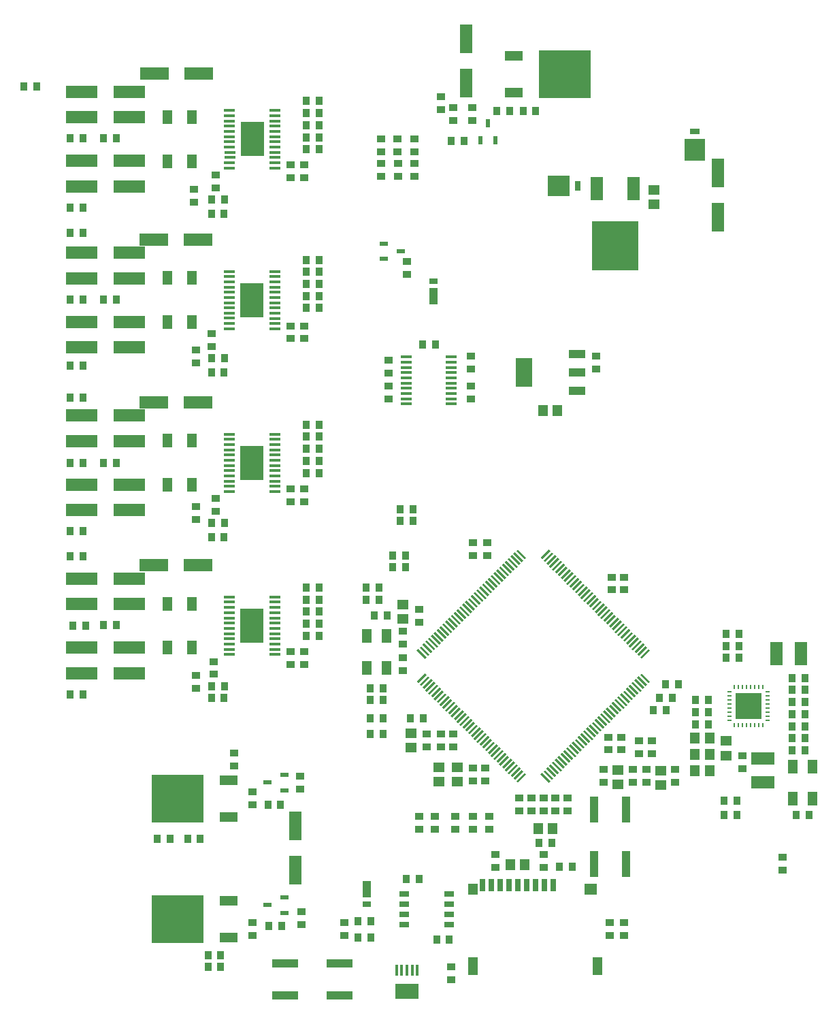
<source format=gtp>
G04 (created by PCBNEW (2013-05-18 BZR 4017)-stable) date Fri 12 Dec 2014 17:06:20 GMT*
%MOIN*%
G04 Gerber Fmt 3.4, Leading zero omitted, Abs format*
%FSLAX34Y34*%
G01*
G70*
G90*
G04 APERTURE LIST*
%ADD10C,0.00590551*%
%ADD11R,0.1142X0.0748*%
%ADD12R,0.0157X0.0531*%
%ADD13R,0.063X0.1181*%
%ADD14R,0.2283X0.2441*%
%ADD15R,0.0579X0.0165*%
%ADD16R,0.1181X0.1701*%
%ADD17R,0.0394X0.126*%
%ADD18R,0.126X0.0394*%
%ADD19R,0.0394X0.0236*%
%ADD20R,0.0236X0.0394*%
%ADD21R,0.08X0.144*%
%ADD22R,0.08X0.04*%
%ADD23R,0.1417X0.063*%
%ADD24R,0.063X0.1417*%
%ADD25R,0.0374X0.0394*%
%ADD26R,0.0394X0.0374*%
%ADD27R,0.0453X0.0709*%
%ADD28R,0.0453X0.0571*%
%ADD29R,0.0571X0.0453*%
%ADD30R,0.0906X0.0512*%
%ADD31R,0.2559X0.2323*%
%ADD32R,0.1142X0.0591*%
%ADD33R,0.0591X0.1142*%
%ADD34R,0.0433X0.0787*%
%ADD35R,0.0433X0.0315*%
%ADD36R,0.0472X0.0866*%
%ADD37R,0.0472X0.0551*%
%ADD38R,0.063X0.0551*%
%ADD39R,0.0276X0.063*%
%ADD40R,0.05X0.025*%
%ADD41R,0.0098X0.0236*%
%ADD42R,0.0236X0.0098*%
%ADD43R,0.1299X0.1299*%
%ADD44R,0.1X0.1051*%
%ADD45R,0.05X0.03*%
%ADD46R,0.1051X0.1*%
%ADD47R,0.03X0.05*%
%ADD48R,0.0472X0.0709*%
%ADD49R,0.1535X0.0598*%
G04 APERTURE END LIST*
G54D10*
G54D11*
X19781Y787D03*
G54D12*
X19781Y1840D03*
X19525Y1840D03*
X19269Y1840D03*
X20037Y1840D03*
X20293Y1840D03*
G54D13*
X30890Y40115D03*
G54D14*
X29990Y37288D03*
G54D13*
X29090Y40115D03*
G54D15*
X13303Y34515D03*
X13303Y34771D03*
X13303Y35027D03*
X13303Y35283D03*
X11101Y33751D03*
X13303Y33747D03*
X13303Y34003D03*
X13303Y34259D03*
X11099Y35539D03*
X11099Y35283D03*
X11099Y35027D03*
X11099Y34771D03*
X11099Y34515D03*
X11099Y34259D03*
X13303Y35539D03*
X11101Y34003D03*
X13303Y33491D03*
X13303Y35795D03*
X11099Y35795D03*
X11099Y33491D03*
X13303Y33236D03*
X13303Y36050D03*
X11099Y36050D03*
X11099Y33236D03*
G54D16*
X12201Y34643D03*
G54D15*
X13302Y26542D03*
X13302Y26798D03*
X13302Y27054D03*
X13302Y27310D03*
X11100Y25778D03*
X13302Y25774D03*
X13302Y26030D03*
X13302Y26286D03*
X11098Y27566D03*
X11098Y27310D03*
X11098Y27054D03*
X11098Y26798D03*
X11098Y26542D03*
X11098Y26286D03*
X13302Y27566D03*
X11100Y26030D03*
X13302Y25518D03*
X13302Y27822D03*
X11098Y27822D03*
X11098Y25518D03*
X13302Y25263D03*
X13302Y28077D03*
X11098Y28077D03*
X11098Y25263D03*
G54D16*
X12200Y26670D03*
G54D15*
X13302Y18571D03*
X13302Y18827D03*
X13302Y19083D03*
X13302Y19339D03*
X11100Y17807D03*
X13302Y17803D03*
X13302Y18059D03*
X13302Y18315D03*
X11098Y19595D03*
X11098Y19339D03*
X11098Y19083D03*
X11098Y18827D03*
X11098Y18571D03*
X11098Y18315D03*
X13302Y19595D03*
X11100Y18059D03*
X13302Y17547D03*
X13302Y19851D03*
X11098Y19851D03*
X11098Y17547D03*
X13302Y17292D03*
X13302Y20106D03*
X11098Y20106D03*
X11098Y17292D03*
G54D16*
X12200Y18699D03*
G54D15*
X13304Y42391D03*
X13304Y42647D03*
X13304Y42903D03*
X13304Y43159D03*
X11102Y41627D03*
X13304Y41623D03*
X13304Y41879D03*
X13304Y42135D03*
X11100Y43415D03*
X11100Y43159D03*
X11100Y42903D03*
X11100Y42647D03*
X11100Y42391D03*
X11100Y42135D03*
X13304Y43415D03*
X11102Y41879D03*
X13304Y41367D03*
X13304Y43671D03*
X11100Y43671D03*
X11100Y41367D03*
X13304Y41112D03*
X13304Y43926D03*
X11100Y43926D03*
X11100Y41112D03*
G54D16*
X12202Y42519D03*
G54D15*
X19762Y30837D03*
X19762Y30581D03*
X19762Y30325D03*
X19762Y30069D03*
X21964Y31601D03*
X19762Y31605D03*
X19762Y31349D03*
X19762Y31093D03*
X21966Y29813D03*
X21966Y30069D03*
X21966Y30325D03*
X21966Y30581D03*
X21966Y30837D03*
X21966Y31093D03*
X19762Y29813D03*
X21964Y31349D03*
X19762Y31861D03*
X19762Y29557D03*
X21966Y29557D03*
X21966Y31861D03*
G54D17*
X30509Y7027D03*
X30509Y9705D03*
X28935Y9705D03*
X28935Y7027D03*
G54D18*
X13816Y591D03*
X16494Y591D03*
X16494Y2165D03*
X13816Y2165D03*
G54D19*
X13800Y4645D03*
X12968Y5020D03*
X13800Y5395D03*
X13800Y10649D03*
X12968Y11024D03*
X13800Y11399D03*
G54D20*
X23383Y42478D03*
X23758Y43310D03*
X24133Y42478D03*
G54D21*
X25509Y31106D03*
G54D22*
X28109Y31106D03*
X28109Y32006D03*
X28109Y30206D03*
G54D23*
X9577Y45748D03*
X7411Y45748D03*
X9546Y21654D03*
X7380Y21654D03*
X9546Y37598D03*
X7380Y37598D03*
X9546Y29626D03*
X7380Y29626D03*
G54D24*
X35029Y40855D03*
X35029Y38689D03*
G54D25*
X35411Y18307D03*
X36041Y18307D03*
X39288Y16142D03*
X38658Y16142D03*
X39288Y15551D03*
X38658Y15551D03*
X35411Y17717D03*
X36041Y17717D03*
X35411Y17126D03*
X36041Y17126D03*
X39288Y14370D03*
X38658Y14370D03*
X39288Y14961D03*
X38658Y14961D03*
X33934Y14469D03*
X34564Y14469D03*
X33934Y15059D03*
X34564Y15059D03*
X38658Y13189D03*
X39288Y13189D03*
G54D26*
X22045Y43445D03*
X22045Y44075D03*
X22990Y43445D03*
X22990Y44075D03*
X12202Y9921D03*
X12202Y10551D03*
X18896Y29803D03*
X18896Y30433D03*
X20372Y9370D03*
X20372Y8740D03*
G54D25*
X20096Y23819D03*
X19466Y23819D03*
G54D26*
X16731Y3524D03*
X16731Y4154D03*
G54D25*
X17990Y14173D03*
X18620Y14173D03*
X17990Y13386D03*
X18620Y13386D03*
X39289Y13780D03*
X38659Y13780D03*
X33934Y13878D03*
X34564Y13878D03*
G54D26*
X29722Y4154D03*
X29722Y3524D03*
X30411Y3524D03*
X30411Y4154D03*
G54D25*
X13601Y9942D03*
X12971Y9942D03*
X13640Y4016D03*
X13010Y4016D03*
G54D26*
X12222Y4154D03*
X12222Y3524D03*
X18896Y31713D03*
X18896Y31083D03*
G54D25*
X19703Y21555D03*
X19073Y21555D03*
G54D26*
X31159Y12441D03*
X31159Y13071D03*
G54D25*
X18423Y19980D03*
X17793Y19980D03*
X38856Y9449D03*
X39486Y9449D03*
X39289Y12598D03*
X38659Y12598D03*
X35313Y10138D03*
X35943Y10138D03*
X35313Y9449D03*
X35943Y9449D03*
X19703Y22146D03*
X19073Y22146D03*
X20096Y24409D03*
X19466Y24409D03*
G54D26*
X31789Y12441D03*
X31789Y13071D03*
G54D25*
X18423Y20571D03*
X17793Y20571D03*
G54D26*
X9447Y31575D03*
X9447Y32205D03*
G54D25*
X15470Y35433D03*
X14840Y35433D03*
X14841Y34839D03*
X15471Y34839D03*
X18620Y15650D03*
X17990Y15650D03*
X14840Y34252D03*
X15470Y34252D03*
G54D26*
X14762Y33382D03*
X14762Y32752D03*
G54D25*
X14840Y36024D03*
X15470Y36024D03*
G54D26*
X14073Y32752D03*
X14073Y33382D03*
X9447Y15630D03*
X9447Y16260D03*
G54D25*
X15470Y19390D03*
X14840Y19390D03*
X14839Y18796D03*
X15469Y18796D03*
G54D26*
X21159Y9370D03*
X21159Y8740D03*
G54D25*
X14840Y18209D03*
X15470Y18209D03*
G54D26*
X14760Y17438D03*
X14760Y16808D03*
G54D25*
X14840Y19980D03*
X15470Y19980D03*
G54D26*
X14071Y16808D03*
X14071Y17438D03*
X9348Y39449D03*
X9348Y40079D03*
G54D25*
X15470Y43209D03*
X14840Y43209D03*
X14842Y42617D03*
X15472Y42617D03*
X14840Y42028D03*
X15470Y42028D03*
G54D26*
X14763Y41258D03*
X14763Y40628D03*
G54D25*
X14840Y43799D03*
X15470Y43799D03*
G54D26*
X14074Y40628D03*
X14074Y41258D03*
X9447Y23898D03*
X9447Y24528D03*
G54D25*
X15470Y27362D03*
X14840Y27362D03*
X14840Y26768D03*
X15470Y26768D03*
X14840Y26181D03*
X15470Y26181D03*
G54D26*
X14761Y25410D03*
X14761Y24780D03*
G54D25*
X14840Y27953D03*
X15470Y27953D03*
G54D26*
X14072Y24780D03*
X14072Y25410D03*
X22144Y9370D03*
X22144Y8740D03*
G54D27*
X9250Y41437D03*
X8068Y41437D03*
G54D28*
X33895Y12402D03*
X34603Y12402D03*
X33895Y13189D03*
X34603Y13189D03*
G54D25*
X17400Y3445D03*
X18015Y3445D03*
G54D29*
X35431Y13052D03*
X35431Y12344D03*
G54D28*
X26435Y29248D03*
X27143Y29248D03*
G54D27*
X9250Y25591D03*
X8068Y25591D03*
X9250Y27756D03*
X8068Y27756D03*
X9250Y43602D03*
X8068Y43602D03*
X9250Y33563D03*
X8068Y33563D03*
X9250Y17618D03*
X8068Y17618D03*
X9250Y35728D03*
X8068Y35728D03*
X9250Y19783D03*
X8068Y19783D03*
G54D26*
X22932Y31279D03*
X22932Y31909D03*
G54D30*
X11063Y3431D03*
G54D31*
X8563Y4331D03*
G54D30*
X11063Y5231D03*
X11061Y9336D03*
G54D31*
X8561Y10236D03*
G54D30*
X11061Y11136D03*
X25018Y46609D03*
G54D31*
X27518Y45709D03*
G54D30*
X25018Y44809D03*
G54D25*
X8187Y8268D03*
X7557Y8268D03*
X10667Y2003D03*
X10037Y2003D03*
X24821Y43898D03*
X24191Y43898D03*
X10052Y2578D03*
X10667Y2578D03*
X9663Y8268D03*
X9048Y8268D03*
X26100Y43898D03*
X25485Y43898D03*
G54D26*
X22932Y30432D03*
X22932Y29802D03*
X36218Y12323D03*
X36218Y11693D03*
G54D32*
X37203Y12205D03*
X37203Y11023D03*
G54D33*
X37891Y17323D03*
X39073Y17323D03*
G54D28*
X34604Y11614D03*
X33896Y11614D03*
G54D25*
X10844Y31791D03*
X10214Y31791D03*
X10844Y39567D03*
X10214Y39567D03*
X10844Y15748D03*
X10214Y15748D03*
X10844Y23720D03*
X10214Y23720D03*
X10214Y31102D03*
X10829Y31102D03*
X10214Y38878D03*
X10829Y38878D03*
X10214Y15157D03*
X10829Y15157D03*
X10214Y23031D03*
X10829Y23031D03*
X14840Y28543D03*
X15470Y28543D03*
X14840Y44390D03*
X15470Y44390D03*
X14840Y36614D03*
X15470Y36614D03*
X14840Y20571D03*
X15470Y20571D03*
G54D28*
X25549Y6988D03*
X24841Y6988D03*
G54D34*
X17813Y5807D03*
G54D35*
X17813Y5059D03*
G54D36*
X23030Y2027D03*
X29132Y2027D03*
G54D37*
X23030Y5807D03*
G54D38*
X28778Y5807D03*
G54D39*
X26947Y6004D03*
X26514Y6004D03*
X26081Y6004D03*
X25648Y6004D03*
X25215Y6004D03*
X24782Y6004D03*
X24349Y6004D03*
X23916Y6004D03*
X23483Y6004D03*
G54D26*
X32911Y11024D03*
X32911Y11654D03*
X30864Y11024D03*
X30864Y11654D03*
G54D25*
X18187Y19193D03*
X18817Y19193D03*
G54D26*
X27655Y10256D03*
X27655Y9626D03*
G54D25*
X26258Y8071D03*
X26888Y8071D03*
G54D26*
X20766Y13406D03*
X20766Y12776D03*
G54D10*
G36*
X25553Y21954D02*
X25135Y22372D01*
X25213Y22450D01*
X25631Y22032D01*
X25553Y21954D01*
X25553Y21954D01*
G37*
G36*
X25414Y21815D02*
X24996Y22232D01*
X25074Y22310D01*
X25492Y21892D01*
X25414Y21815D01*
X25414Y21815D01*
G37*
G36*
X25275Y21675D02*
X24857Y22093D01*
X24935Y22171D01*
X25353Y21753D01*
X25275Y21675D01*
X25275Y21675D01*
G37*
G36*
X25135Y21536D02*
X24718Y21954D01*
X24795Y22032D01*
X25213Y21614D01*
X25135Y21536D01*
X25135Y21536D01*
G37*
G36*
X24996Y21397D02*
X24578Y21815D01*
X24656Y21892D01*
X25074Y21474D01*
X24996Y21397D01*
X24996Y21397D01*
G37*
G36*
X24858Y21258D02*
X24440Y21676D01*
X24517Y21754D01*
X24935Y21336D01*
X24858Y21258D01*
X24858Y21258D01*
G37*
G36*
X24718Y21119D02*
X24300Y21537D01*
X24378Y21614D01*
X24796Y21197D01*
X24718Y21119D01*
X24718Y21119D01*
G37*
G36*
X24579Y20979D02*
X24161Y21397D01*
X24239Y21475D01*
X24657Y21057D01*
X24579Y20979D01*
X24579Y20979D01*
G37*
G36*
X24440Y20840D02*
X24022Y21258D01*
X24100Y21336D01*
X24517Y20918D01*
X24440Y20840D01*
X24440Y20840D01*
G37*
G36*
X24300Y20701D02*
X23882Y21119D01*
X23960Y21197D01*
X24378Y20779D01*
X24300Y20701D01*
X24300Y20701D01*
G37*
G36*
X24161Y20562D02*
X23743Y20979D01*
X23821Y21057D01*
X24239Y20639D01*
X24161Y20562D01*
X24161Y20562D01*
G37*
G36*
X24022Y20423D02*
X23605Y20841D01*
X23682Y20919D01*
X24100Y20501D01*
X24022Y20423D01*
X24022Y20423D01*
G37*
G36*
X23883Y20284D02*
X23465Y20702D01*
X23543Y20779D01*
X23961Y20361D01*
X23883Y20284D01*
X23883Y20284D01*
G37*
G36*
X23744Y20144D02*
X23326Y20562D01*
X23404Y20640D01*
X23822Y20222D01*
X23744Y20144D01*
X23744Y20144D01*
G37*
G36*
X23605Y20005D02*
X23187Y20423D01*
X23264Y20501D01*
X23682Y20083D01*
X23605Y20005D01*
X23605Y20005D01*
G37*
G36*
X23465Y19866D02*
X23047Y20284D01*
X23125Y20361D01*
X23543Y19944D01*
X23465Y19866D01*
X23465Y19866D01*
G37*
G36*
X23326Y19726D02*
X22908Y20144D01*
X22986Y20222D01*
X23404Y19804D01*
X23326Y19726D01*
X23326Y19726D01*
G37*
G36*
X23187Y19587D02*
X22769Y20005D01*
X22847Y20083D01*
X23264Y19665D01*
X23187Y19587D01*
X23187Y19587D01*
G37*
G36*
X23048Y19449D02*
X22630Y19866D01*
X22708Y19944D01*
X23126Y19526D01*
X23048Y19449D01*
X23048Y19449D01*
G37*
G36*
X22909Y19309D02*
X22491Y19727D01*
X22569Y19805D01*
X22987Y19387D01*
X22909Y19309D01*
X22909Y19309D01*
G37*
G36*
X22769Y19170D02*
X22352Y19588D01*
X22429Y19666D01*
X22847Y19248D01*
X22769Y19170D01*
X22769Y19170D01*
G37*
G36*
X22630Y19031D02*
X22212Y19449D01*
X22290Y19526D01*
X22708Y19108D01*
X22630Y19031D01*
X22630Y19031D01*
G37*
G36*
X22491Y18891D02*
X22073Y19309D01*
X22151Y19387D01*
X22569Y18969D01*
X22491Y18891D01*
X22491Y18891D01*
G37*
G36*
X22352Y18752D02*
X21934Y19170D01*
X22011Y19248D01*
X22429Y18830D01*
X22352Y18752D01*
X22352Y18752D01*
G37*
G36*
X22212Y18613D02*
X21794Y19031D01*
X21872Y19108D01*
X22290Y18691D01*
X22212Y18613D01*
X22212Y18613D01*
G37*
G36*
X22074Y18474D02*
X21656Y18892D01*
X21734Y18970D01*
X22151Y18552D01*
X22074Y18474D01*
X22074Y18474D01*
G37*
G36*
X21934Y18335D02*
X21516Y18753D01*
X21594Y18831D01*
X22012Y18413D01*
X21934Y18335D01*
X21934Y18335D01*
G37*
G36*
X21795Y18196D02*
X21377Y18613D01*
X21455Y18691D01*
X21873Y18273D01*
X21795Y18196D01*
X21795Y18196D01*
G37*
G36*
X21656Y18056D02*
X21238Y18474D01*
X21316Y18552D01*
X21734Y18134D01*
X21656Y18056D01*
X21656Y18056D01*
G37*
G36*
X21516Y17917D02*
X21099Y18335D01*
X21176Y18413D01*
X21594Y17995D01*
X21516Y17917D01*
X21516Y17917D01*
G37*
G36*
X21377Y17778D02*
X20959Y18196D01*
X21037Y18273D01*
X21455Y17855D01*
X21377Y17778D01*
X21377Y17778D01*
G37*
G36*
X21239Y17639D02*
X20821Y18057D01*
X20898Y18135D01*
X21316Y17717D01*
X21239Y17639D01*
X21239Y17639D01*
G37*
G36*
X21099Y17500D02*
X20681Y17918D01*
X20759Y17995D01*
X21177Y17578D01*
X21099Y17500D01*
X21099Y17500D01*
G37*
G36*
X20960Y17360D02*
X20542Y17778D01*
X20620Y17856D01*
X21038Y17438D01*
X20960Y17360D01*
X20960Y17360D01*
G37*
G36*
X20821Y17221D02*
X20403Y17639D01*
X20481Y17717D01*
X20898Y17299D01*
X20821Y17221D01*
X20821Y17221D01*
G37*
G36*
X20681Y17082D02*
X20263Y17500D01*
X20341Y17578D01*
X20759Y17160D01*
X20681Y17082D01*
X20681Y17082D01*
G37*
G36*
X26750Y11013D02*
X26332Y11431D01*
X26410Y11509D01*
X26828Y11091D01*
X26750Y11013D01*
X26750Y11013D01*
G37*
G36*
X26889Y11153D02*
X26471Y11571D01*
X26549Y11648D01*
X26967Y11231D01*
X26889Y11153D01*
X26889Y11153D01*
G37*
G36*
X27028Y11292D02*
X26610Y11710D01*
X26688Y11788D01*
X27106Y11370D01*
X27028Y11292D01*
X27028Y11292D01*
G37*
G36*
X27168Y11431D02*
X26750Y11849D01*
X26828Y11927D01*
X27245Y11509D01*
X27168Y11431D01*
X27168Y11431D01*
G37*
G36*
X27307Y11571D02*
X26889Y11989D01*
X26967Y12066D01*
X27385Y11648D01*
X27307Y11571D01*
X27307Y11571D01*
G37*
G36*
X27446Y11709D02*
X27028Y12127D01*
X27105Y12205D01*
X27523Y11787D01*
X27446Y11709D01*
X27446Y11709D01*
G37*
G36*
X27585Y11849D02*
X27167Y12266D01*
X27245Y12344D01*
X27663Y11926D01*
X27585Y11849D01*
X27585Y11849D01*
G37*
G36*
X27724Y11988D02*
X27306Y12406D01*
X27384Y12484D01*
X27802Y12066D01*
X27724Y11988D01*
X27724Y11988D01*
G37*
G36*
X27863Y12127D02*
X27446Y12545D01*
X27523Y12623D01*
X27941Y12205D01*
X27863Y12127D01*
X27863Y12127D01*
G37*
G36*
X28003Y12266D02*
X27585Y12684D01*
X27663Y12762D01*
X28081Y12344D01*
X28003Y12266D01*
X28003Y12266D01*
G37*
G36*
X28142Y12406D02*
X27724Y12824D01*
X27802Y12901D01*
X28220Y12484D01*
X28142Y12406D01*
X28142Y12406D01*
G37*
G36*
X28281Y12544D02*
X27863Y12962D01*
X27941Y13040D01*
X28358Y12622D01*
X28281Y12544D01*
X28281Y12544D01*
G37*
G36*
X28420Y12684D02*
X28002Y13102D01*
X28080Y13179D01*
X28498Y12761D01*
X28420Y12684D01*
X28420Y12684D01*
G37*
G36*
X28559Y12823D02*
X28141Y13241D01*
X28219Y13319D01*
X28637Y12901D01*
X28559Y12823D01*
X28559Y12823D01*
G37*
G36*
X28699Y12962D02*
X28281Y13380D01*
X28358Y13458D01*
X28776Y13040D01*
X28699Y12962D01*
X28699Y12962D01*
G37*
G36*
X28838Y13102D02*
X28420Y13519D01*
X28498Y13597D01*
X28916Y13179D01*
X28838Y13102D01*
X28838Y13102D01*
G37*
G36*
X28977Y13241D02*
X28559Y13659D01*
X28637Y13737D01*
X29055Y13319D01*
X28977Y13241D01*
X28977Y13241D01*
G37*
G36*
X29116Y13380D02*
X28699Y13798D01*
X28776Y13876D01*
X29194Y13458D01*
X29116Y13380D01*
X29116Y13380D01*
G37*
G36*
X29255Y13519D02*
X28837Y13937D01*
X28915Y14014D01*
X29333Y13597D01*
X29255Y13519D01*
X29255Y13519D01*
G37*
G36*
X29394Y13658D02*
X28976Y14076D01*
X29054Y14154D01*
X29472Y13736D01*
X29394Y13658D01*
X29394Y13658D01*
G37*
G36*
X29534Y13797D02*
X29116Y14215D01*
X29194Y14293D01*
X29611Y13875D01*
X29534Y13797D01*
X29534Y13797D01*
G37*
G36*
X29673Y13937D02*
X29255Y14355D01*
X29333Y14432D01*
X29751Y14014D01*
X29673Y13937D01*
X29673Y13937D01*
G37*
G36*
X29812Y14076D02*
X29394Y14494D01*
X29472Y14572D01*
X29890Y14154D01*
X29812Y14076D01*
X29812Y14076D01*
G37*
G36*
X29952Y14215D02*
X29534Y14633D01*
X29611Y14711D01*
X30029Y14293D01*
X29952Y14215D01*
X29952Y14215D01*
G37*
G36*
X30091Y14355D02*
X29673Y14772D01*
X29751Y14850D01*
X30169Y14432D01*
X30091Y14355D01*
X30091Y14355D01*
G37*
G36*
X30229Y14493D02*
X29812Y14911D01*
X29889Y14989D01*
X30307Y14571D01*
X30229Y14493D01*
X30229Y14493D01*
G37*
G36*
X30369Y14632D02*
X29951Y15050D01*
X30029Y15128D01*
X30447Y14710D01*
X30369Y14632D01*
X30369Y14632D01*
G37*
G36*
X30508Y14772D02*
X30090Y15190D01*
X30168Y15267D01*
X30586Y14850D01*
X30508Y14772D01*
X30508Y14772D01*
G37*
G36*
X30647Y14911D02*
X30229Y15329D01*
X30307Y15407D01*
X30725Y14989D01*
X30647Y14911D01*
X30647Y14911D01*
G37*
G36*
X30787Y15050D02*
X30369Y15468D01*
X30447Y15546D01*
X30864Y15128D01*
X30787Y15050D01*
X30787Y15050D01*
G37*
G36*
X30926Y15190D02*
X30508Y15608D01*
X30586Y15685D01*
X31004Y15267D01*
X30926Y15190D01*
X30926Y15190D01*
G37*
G36*
X31065Y15328D02*
X30647Y15746D01*
X30724Y15824D01*
X31142Y15406D01*
X31065Y15328D01*
X31065Y15328D01*
G37*
G36*
X31204Y15468D02*
X30786Y15885D01*
X30864Y15963D01*
X31282Y15545D01*
X31204Y15468D01*
X31204Y15468D01*
G37*
G36*
X31343Y15607D02*
X30925Y16025D01*
X31003Y16103D01*
X31421Y15685D01*
X31343Y15607D01*
X31343Y15607D01*
G37*
G36*
X31482Y15746D02*
X31065Y16164D01*
X31142Y16242D01*
X31560Y15824D01*
X31482Y15746D01*
X31482Y15746D01*
G37*
G36*
X31622Y15885D02*
X31204Y16303D01*
X31282Y16381D01*
X31700Y15963D01*
X31622Y15885D01*
X31622Y15885D01*
G37*
G36*
X20341Y15885D02*
X20263Y15963D01*
X20681Y16381D01*
X20759Y16303D01*
X20341Y15885D01*
X20341Y15885D01*
G37*
G36*
X20481Y15746D02*
X20403Y15824D01*
X20821Y16242D01*
X20898Y16164D01*
X20481Y15746D01*
X20481Y15746D01*
G37*
G36*
X20620Y15607D02*
X20542Y15685D01*
X20960Y16103D01*
X21038Y16025D01*
X20620Y15607D01*
X20620Y15607D01*
G37*
G36*
X20759Y15468D02*
X20681Y15545D01*
X21099Y15963D01*
X21177Y15885D01*
X20759Y15468D01*
X20759Y15468D01*
G37*
G36*
X20898Y15328D02*
X20821Y15406D01*
X21239Y15824D01*
X21316Y15746D01*
X20898Y15328D01*
X20898Y15328D01*
G37*
G36*
X21037Y15190D02*
X20959Y15267D01*
X21377Y15685D01*
X21455Y15608D01*
X21037Y15190D01*
X21037Y15190D01*
G37*
G36*
X21176Y15050D02*
X21099Y15128D01*
X21516Y15546D01*
X21594Y15468D01*
X21176Y15050D01*
X21176Y15050D01*
G37*
G36*
X21316Y14911D02*
X21238Y14989D01*
X21656Y15407D01*
X21734Y15329D01*
X21316Y14911D01*
X21316Y14911D01*
G37*
G36*
X21455Y14772D02*
X21377Y14850D01*
X21795Y15267D01*
X21873Y15190D01*
X21455Y14772D01*
X21455Y14772D01*
G37*
G36*
X21594Y14632D02*
X21516Y14710D01*
X21934Y15128D01*
X22012Y15050D01*
X21594Y14632D01*
X21594Y14632D01*
G37*
G36*
X21734Y14493D02*
X21656Y14571D01*
X22074Y14989D01*
X22151Y14911D01*
X21734Y14493D01*
X21734Y14493D01*
G37*
G36*
X21872Y14355D02*
X21794Y14432D01*
X22212Y14850D01*
X22290Y14772D01*
X21872Y14355D01*
X21872Y14355D01*
G37*
G36*
X22011Y14215D02*
X21934Y14293D01*
X22352Y14711D01*
X22429Y14633D01*
X22011Y14215D01*
X22011Y14215D01*
G37*
G36*
X22151Y14076D02*
X22073Y14154D01*
X22491Y14572D01*
X22569Y14494D01*
X22151Y14076D01*
X22151Y14076D01*
G37*
G36*
X22290Y13937D02*
X22212Y14014D01*
X22630Y14432D01*
X22708Y14355D01*
X22290Y13937D01*
X22290Y13937D01*
G37*
G36*
X22429Y13797D02*
X22352Y13875D01*
X22769Y14293D01*
X22847Y14215D01*
X22429Y13797D01*
X22429Y13797D01*
G37*
G36*
X22569Y13658D02*
X22491Y13736D01*
X22909Y14154D01*
X22987Y14076D01*
X22569Y13658D01*
X22569Y13658D01*
G37*
G36*
X22708Y13519D02*
X22630Y13597D01*
X23048Y14014D01*
X23126Y13937D01*
X22708Y13519D01*
X22708Y13519D01*
G37*
G36*
X22847Y13380D02*
X22769Y13458D01*
X23187Y13876D01*
X23264Y13798D01*
X22847Y13380D01*
X22847Y13380D01*
G37*
G36*
X22986Y13241D02*
X22908Y13319D01*
X23326Y13737D01*
X23404Y13659D01*
X22986Y13241D01*
X22986Y13241D01*
G37*
G36*
X23125Y13102D02*
X23047Y13179D01*
X23465Y13597D01*
X23543Y13519D01*
X23125Y13102D01*
X23125Y13102D01*
G37*
G36*
X23264Y12962D02*
X23187Y13040D01*
X23605Y13458D01*
X23682Y13380D01*
X23264Y12962D01*
X23264Y12962D01*
G37*
G36*
X23404Y12823D02*
X23326Y12901D01*
X23744Y13319D01*
X23822Y13241D01*
X23404Y12823D01*
X23404Y12823D01*
G37*
G36*
X23543Y12684D02*
X23465Y12761D01*
X23883Y13179D01*
X23961Y13102D01*
X23543Y12684D01*
X23543Y12684D01*
G37*
G36*
X23682Y12544D02*
X23605Y12622D01*
X24022Y13040D01*
X24100Y12962D01*
X23682Y12544D01*
X23682Y12544D01*
G37*
G36*
X23821Y12406D02*
X23743Y12484D01*
X24161Y12901D01*
X24239Y12824D01*
X23821Y12406D01*
X23821Y12406D01*
G37*
G36*
X23960Y12266D02*
X23882Y12344D01*
X24300Y12762D01*
X24378Y12684D01*
X23960Y12266D01*
X23960Y12266D01*
G37*
G36*
X24100Y12127D02*
X24022Y12205D01*
X24440Y12623D01*
X24517Y12545D01*
X24100Y12127D01*
X24100Y12127D01*
G37*
G36*
X24239Y11988D02*
X24161Y12066D01*
X24579Y12484D01*
X24657Y12406D01*
X24239Y11988D01*
X24239Y11988D01*
G37*
G36*
X24378Y11849D02*
X24300Y11926D01*
X24718Y12344D01*
X24796Y12266D01*
X24378Y11849D01*
X24378Y11849D01*
G37*
G36*
X24517Y11709D02*
X24440Y11787D01*
X24858Y12205D01*
X24935Y12127D01*
X24517Y11709D01*
X24517Y11709D01*
G37*
G36*
X24656Y11571D02*
X24578Y11648D01*
X24996Y12066D01*
X25074Y11989D01*
X24656Y11571D01*
X24656Y11571D01*
G37*
G36*
X24795Y11431D02*
X24718Y11509D01*
X25135Y11927D01*
X25213Y11849D01*
X24795Y11431D01*
X24795Y11431D01*
G37*
G36*
X24935Y11292D02*
X24857Y11370D01*
X25275Y11788D01*
X25353Y11710D01*
X24935Y11292D01*
X24935Y11292D01*
G37*
G36*
X25074Y11153D02*
X24996Y11231D01*
X25414Y11648D01*
X25492Y11571D01*
X25074Y11153D01*
X25074Y11153D01*
G37*
G36*
X25213Y11013D02*
X25135Y11091D01*
X25553Y11509D01*
X25631Y11431D01*
X25213Y11013D01*
X25213Y11013D01*
G37*
G36*
X31282Y17082D02*
X31204Y17160D01*
X31622Y17578D01*
X31700Y17500D01*
X31282Y17082D01*
X31282Y17082D01*
G37*
G36*
X31142Y17221D02*
X31065Y17299D01*
X31482Y17717D01*
X31560Y17639D01*
X31142Y17221D01*
X31142Y17221D01*
G37*
G36*
X31003Y17360D02*
X30925Y17438D01*
X31343Y17856D01*
X31421Y17778D01*
X31003Y17360D01*
X31003Y17360D01*
G37*
G36*
X30864Y17500D02*
X30786Y17578D01*
X31204Y17995D01*
X31282Y17918D01*
X30864Y17500D01*
X30864Y17500D01*
G37*
G36*
X30724Y17639D02*
X30647Y17717D01*
X31065Y18135D01*
X31142Y18057D01*
X30724Y17639D01*
X30724Y17639D01*
G37*
G36*
X30586Y17778D02*
X30508Y17855D01*
X30926Y18273D01*
X31004Y18196D01*
X30586Y17778D01*
X30586Y17778D01*
G37*
G36*
X30447Y17917D02*
X30369Y17995D01*
X30787Y18413D01*
X30864Y18335D01*
X30447Y17917D01*
X30447Y17917D01*
G37*
G36*
X30307Y18056D02*
X30229Y18134D01*
X30647Y18552D01*
X30725Y18474D01*
X30307Y18056D01*
X30307Y18056D01*
G37*
G36*
X30168Y18196D02*
X30090Y18273D01*
X30508Y18691D01*
X30586Y18613D01*
X30168Y18196D01*
X30168Y18196D01*
G37*
G36*
X30029Y18335D02*
X29951Y18413D01*
X30369Y18831D01*
X30447Y18753D01*
X30029Y18335D01*
X30029Y18335D01*
G37*
G36*
X29889Y18474D02*
X29812Y18552D01*
X30229Y18970D01*
X30307Y18892D01*
X29889Y18474D01*
X29889Y18474D01*
G37*
G36*
X29751Y18613D02*
X29673Y18691D01*
X30091Y19108D01*
X30169Y19031D01*
X29751Y18613D01*
X29751Y18613D01*
G37*
G36*
X29611Y18752D02*
X29534Y18830D01*
X29952Y19248D01*
X30029Y19170D01*
X29611Y18752D01*
X29611Y18752D01*
G37*
G36*
X29472Y18891D02*
X29394Y18969D01*
X29812Y19387D01*
X29890Y19309D01*
X29472Y18891D01*
X29472Y18891D01*
G37*
G36*
X29333Y19031D02*
X29255Y19108D01*
X29673Y19526D01*
X29751Y19449D01*
X29333Y19031D01*
X29333Y19031D01*
G37*
G36*
X29194Y19170D02*
X29116Y19248D01*
X29534Y19666D01*
X29611Y19588D01*
X29194Y19170D01*
X29194Y19170D01*
G37*
G36*
X29054Y19309D02*
X28976Y19387D01*
X29394Y19805D01*
X29472Y19727D01*
X29054Y19309D01*
X29054Y19309D01*
G37*
G36*
X28915Y19449D02*
X28837Y19526D01*
X29255Y19944D01*
X29333Y19866D01*
X28915Y19449D01*
X28915Y19449D01*
G37*
G36*
X28776Y19587D02*
X28699Y19665D01*
X29116Y20083D01*
X29194Y20005D01*
X28776Y19587D01*
X28776Y19587D01*
G37*
G36*
X28637Y19726D02*
X28559Y19804D01*
X28977Y20222D01*
X29055Y20144D01*
X28637Y19726D01*
X28637Y19726D01*
G37*
G36*
X28498Y19866D02*
X28420Y19944D01*
X28838Y20361D01*
X28916Y20284D01*
X28498Y19866D01*
X28498Y19866D01*
G37*
G36*
X28358Y20005D02*
X28281Y20083D01*
X28699Y20501D01*
X28776Y20423D01*
X28358Y20005D01*
X28358Y20005D01*
G37*
G36*
X28219Y20144D02*
X28141Y20222D01*
X28559Y20640D01*
X28637Y20562D01*
X28219Y20144D01*
X28219Y20144D01*
G37*
G36*
X28080Y20284D02*
X28002Y20361D01*
X28420Y20779D01*
X28498Y20702D01*
X28080Y20284D01*
X28080Y20284D01*
G37*
G36*
X27941Y20423D02*
X27863Y20501D01*
X28281Y20919D01*
X28358Y20841D01*
X27941Y20423D01*
X27941Y20423D01*
G37*
G36*
X27802Y20562D02*
X27724Y20639D01*
X28142Y21057D01*
X28220Y20979D01*
X27802Y20562D01*
X27802Y20562D01*
G37*
G36*
X27663Y20701D02*
X27585Y20779D01*
X28003Y21197D01*
X28081Y21119D01*
X27663Y20701D01*
X27663Y20701D01*
G37*
G36*
X27523Y20840D02*
X27446Y20918D01*
X27863Y21336D01*
X27941Y21258D01*
X27523Y20840D01*
X27523Y20840D01*
G37*
G36*
X27384Y20979D02*
X27306Y21057D01*
X27724Y21475D01*
X27802Y21397D01*
X27384Y20979D01*
X27384Y20979D01*
G37*
G36*
X27245Y21119D02*
X27167Y21197D01*
X27585Y21614D01*
X27663Y21537D01*
X27245Y21119D01*
X27245Y21119D01*
G37*
G36*
X27105Y21258D02*
X27028Y21336D01*
X27446Y21754D01*
X27523Y21676D01*
X27105Y21258D01*
X27105Y21258D01*
G37*
G36*
X26967Y21397D02*
X26889Y21474D01*
X27307Y21892D01*
X27385Y21815D01*
X26967Y21397D01*
X26967Y21397D01*
G37*
G36*
X26828Y21536D02*
X26750Y21614D01*
X27168Y22032D01*
X27245Y21954D01*
X26828Y21536D01*
X26828Y21536D01*
G37*
G36*
X26688Y21675D02*
X26610Y21753D01*
X27028Y22171D01*
X27106Y22093D01*
X26688Y21675D01*
X26688Y21675D01*
G37*
G36*
X26549Y21815D02*
X26471Y21892D01*
X26889Y22310D01*
X26967Y22232D01*
X26549Y21815D01*
X26549Y21815D01*
G37*
G36*
X26410Y21954D02*
X26332Y22032D01*
X26750Y22450D01*
X26828Y22372D01*
X26410Y21954D01*
X26410Y21954D01*
G37*
G54D29*
X21356Y11771D03*
X21356Y11063D03*
X19585Y19036D03*
X19585Y19744D03*
G54D28*
X26219Y8760D03*
X26927Y8760D03*
G54D29*
X19978Y13445D03*
X19978Y12737D03*
X30116Y11634D03*
X30116Y10926D03*
X32222Y11614D03*
X32222Y10906D03*
G54D25*
X31868Y14567D03*
X32498Y14567D03*
X18030Y4232D03*
X17400Y4232D03*
G54D26*
X19585Y17795D03*
X19585Y18425D03*
X19585Y17146D03*
X19585Y16516D03*
X23620Y11732D03*
X23620Y11102D03*
G54D25*
X32163Y15157D03*
X32793Y15157D03*
G54D26*
X29821Y20453D03*
X29821Y21083D03*
X30411Y20453D03*
X30411Y21083D03*
X21455Y13406D03*
X21455Y12776D03*
X23029Y11732D03*
X23029Y11102D03*
X22045Y13406D03*
X22045Y12776D03*
X20372Y18878D03*
X20372Y19508D03*
X23029Y22126D03*
X23029Y22756D03*
G54D25*
X18620Y15059D03*
X17990Y15059D03*
G54D26*
X27065Y10256D03*
X27065Y9626D03*
X23029Y9370D03*
X23029Y8740D03*
X25884Y10256D03*
X25884Y9626D03*
X23718Y22126D03*
X23718Y22756D03*
G54D25*
X20588Y14173D03*
X19958Y14173D03*
G54D26*
X26474Y9626D03*
X26474Y10256D03*
G54D29*
X22242Y11771D03*
X22242Y11063D03*
G54D25*
X20550Y32480D03*
X21180Y32480D03*
G54D40*
X21866Y4073D03*
X21866Y4573D03*
X21866Y5073D03*
X21866Y5573D03*
X19666Y5573D03*
X19666Y5073D03*
X19666Y4573D03*
X19666Y4073D03*
G54D25*
X21238Y3346D03*
X21868Y3346D03*
X19762Y6299D03*
X20392Y6299D03*
G54D26*
X19781Y36535D03*
X19781Y35905D03*
X20155Y41319D03*
X20155Y40689D03*
X19348Y41319D03*
X19348Y40689D03*
G54D41*
X35826Y13820D03*
X36023Y13820D03*
X36220Y13820D03*
X36417Y13820D03*
X36613Y13820D03*
X36810Y13820D03*
X37007Y13820D03*
X37204Y13820D03*
G54D42*
X37460Y14862D03*
X37460Y15058D03*
X37460Y15255D03*
X37460Y15452D03*
G54D43*
X36514Y14764D03*
G54D42*
X37460Y14075D03*
X37460Y14272D03*
X37460Y14469D03*
X37460Y14665D03*
G54D41*
X37202Y15708D03*
X37005Y15709D03*
X36809Y15709D03*
X36612Y15709D03*
X36415Y15709D03*
X36218Y15709D03*
X36021Y15709D03*
X35824Y15709D03*
G54D42*
X35569Y15453D03*
X35569Y15256D03*
X35569Y15059D03*
X35569Y14863D03*
X35569Y14666D03*
X35569Y14469D03*
X35569Y14272D03*
X35569Y14075D03*
G54D25*
X3907Y29870D03*
X3277Y29870D03*
G54D44*
X33896Y41988D03*
G54D45*
X33896Y42914D03*
G54D46*
X27230Y40228D03*
G54D47*
X28156Y40228D03*
G54D26*
X10234Y32362D03*
X10234Y32992D03*
X10431Y40138D03*
X10431Y40768D03*
X10333Y16319D03*
X10333Y16949D03*
X10431Y24291D03*
X10431Y24921D03*
G54D48*
X38699Y11811D03*
X38699Y10237D03*
X39643Y10237D03*
X39643Y11811D03*
X18777Y16634D03*
X18777Y18208D03*
X17833Y18208D03*
X17833Y16634D03*
G54D26*
X25293Y10256D03*
X25293Y9626D03*
X23817Y9370D03*
X23817Y8740D03*
G54D25*
X27242Y6890D03*
X27872Y6890D03*
G54D26*
X26474Y6870D03*
X26474Y7500D03*
G54D25*
X32458Y15846D03*
X33088Y15846D03*
G54D26*
X24112Y6870D03*
X24112Y7500D03*
G54D19*
X18643Y37415D03*
X19475Y37040D03*
X18643Y36665D03*
G54D34*
X21079Y34830D03*
G54D35*
X21079Y35578D03*
G54D25*
X22596Y42441D03*
X21966Y42441D03*
G54D26*
X14565Y10709D03*
X14565Y11339D03*
X14604Y4055D03*
X14604Y4685D03*
X38187Y6732D03*
X38187Y7362D03*
X21966Y1378D03*
X21966Y2008D03*
X31514Y11024D03*
X31514Y11654D03*
X29407Y11024D03*
X29407Y11654D03*
X20155Y41909D03*
X20155Y42524D03*
X19329Y41909D03*
X19329Y42524D03*
X18522Y41909D03*
X18522Y42524D03*
G54D24*
X22695Y47422D03*
X22695Y45256D03*
X14329Y8898D03*
X14329Y6732D03*
G54D25*
X4925Y34663D03*
X5555Y34663D03*
X4915Y42567D03*
X5545Y42567D03*
X3277Y39173D03*
X3907Y39173D03*
X3907Y37929D03*
X3277Y37929D03*
X3278Y34654D03*
X3908Y34654D03*
G54D26*
X21455Y43976D03*
X21455Y44606D03*
G54D25*
X3277Y31433D03*
X3907Y31433D03*
X3907Y22094D03*
X3277Y22094D03*
X3411Y18705D03*
X4041Y18705D03*
X4915Y18720D03*
X5545Y18720D03*
X3277Y15327D03*
X3907Y15327D03*
X3277Y42567D03*
X3907Y42567D03*
G54D26*
X30273Y12618D03*
X30273Y13248D03*
X29045Y31890D03*
X29045Y31260D03*
X11333Y12480D03*
X11333Y11850D03*
G54D29*
X31880Y40042D03*
X31880Y39334D03*
G54D25*
X3277Y26681D03*
X3907Y26681D03*
X4915Y26681D03*
X5545Y26681D03*
X3277Y23346D03*
X3907Y23346D03*
X1645Y45100D03*
X1015Y45100D03*
G54D26*
X18522Y41319D03*
X18522Y40689D03*
X29644Y13248D03*
X29644Y12618D03*
G54D49*
X6183Y21017D03*
X6183Y19765D03*
X3861Y21017D03*
X3861Y19765D03*
X6190Y17633D03*
X6190Y16381D03*
X3868Y17633D03*
X3868Y16381D03*
X6183Y33576D03*
X6183Y32324D03*
X3861Y33576D03*
X3861Y32324D03*
X6183Y36962D03*
X6183Y35710D03*
X3861Y36962D03*
X3861Y35710D03*
X6183Y41452D03*
X6183Y40200D03*
X3861Y41452D03*
X3861Y40200D03*
X6183Y44838D03*
X6183Y43586D03*
X3861Y44838D03*
X3861Y43586D03*
X6183Y25603D03*
X6183Y24351D03*
X3861Y25603D03*
X3861Y24351D03*
X6183Y28989D03*
X6183Y27737D03*
X3861Y28989D03*
X3861Y27737D03*
M02*

</source>
